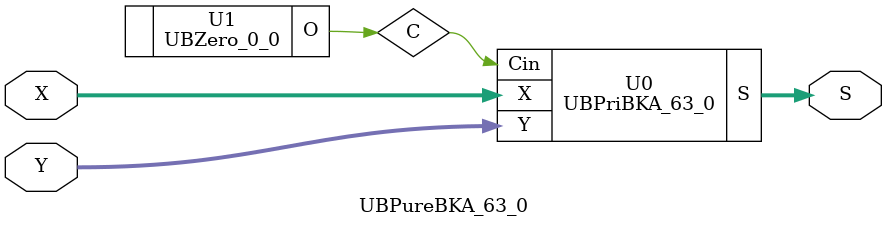
<source format=v>
/*----------------------------------------------------------------------------
  Copyright (c) 2021 Homma laboratory. All rights reserved.

  Top module: UBBKA_15_0_63_0

  Operand-1 length: 16
  Operand-2 length: 64
  Two-operand addition algorithm: Brent-Kung adder
----------------------------------------------------------------------------*/

module UB1DCON_0(O, I);
  output O;
  input I;
  assign O = I;
endmodule

module UB1DCON_1(O, I);
  output O;
  input I;
  assign O = I;
endmodule

module UB1DCON_2(O, I);
  output O;
  input I;
  assign O = I;
endmodule

module UB1DCON_3(O, I);
  output O;
  input I;
  assign O = I;
endmodule

module UB1DCON_4(O, I);
  output O;
  input I;
  assign O = I;
endmodule

module UB1DCON_5(O, I);
  output O;
  input I;
  assign O = I;
endmodule

module UB1DCON_6(O, I);
  output O;
  input I;
  assign O = I;
endmodule

module UB1DCON_7(O, I);
  output O;
  input I;
  assign O = I;
endmodule

module UB1DCON_8(O, I);
  output O;
  input I;
  assign O = I;
endmodule

module UB1DCON_9(O, I);
  output O;
  input I;
  assign O = I;
endmodule

module UB1DCON_10(O, I);
  output O;
  input I;
  assign O = I;
endmodule

module UB1DCON_11(O, I);
  output O;
  input I;
  assign O = I;
endmodule

module UB1DCON_12(O, I);
  output O;
  input I;
  assign O = I;
endmodule

module UB1DCON_13(O, I);
  output O;
  input I;
  assign O = I;
endmodule

module UB1DCON_14(O, I);
  output O;
  input I;
  assign O = I;
endmodule

module UB1DCON_15(O, I);
  output O;
  input I;
  assign O = I;
endmodule

module UBZero_63_16(O);
  output [63:16] O;
  assign O[16] = 0;
  assign O[17] = 0;
  assign O[18] = 0;
  assign O[19] = 0;
  assign O[20] = 0;
  assign O[21] = 0;
  assign O[22] = 0;
  assign O[23] = 0;
  assign O[24] = 0;
  assign O[25] = 0;
  assign O[26] = 0;
  assign O[27] = 0;
  assign O[28] = 0;
  assign O[29] = 0;
  assign O[30] = 0;
  assign O[31] = 0;
  assign O[32] = 0;
  assign O[33] = 0;
  assign O[34] = 0;
  assign O[35] = 0;
  assign O[36] = 0;
  assign O[37] = 0;
  assign O[38] = 0;
  assign O[39] = 0;
  assign O[40] = 0;
  assign O[41] = 0;
  assign O[42] = 0;
  assign O[43] = 0;
  assign O[44] = 0;
  assign O[45] = 0;
  assign O[46] = 0;
  assign O[47] = 0;
  assign O[48] = 0;
  assign O[49] = 0;
  assign O[50] = 0;
  assign O[51] = 0;
  assign O[52] = 0;
  assign O[53] = 0;
  assign O[54] = 0;
  assign O[55] = 0;
  assign O[56] = 0;
  assign O[57] = 0;
  assign O[58] = 0;
  assign O[59] = 0;
  assign O[60] = 0;
  assign O[61] = 0;
  assign O[62] = 0;
  assign O[63] = 0;
endmodule

module GPGenerator(Go, Po, A, B);
  output Go;
  output Po;
  input A;
  input B;
  assign Go = A & B;
  assign Po = A ^ B;
endmodule

module CarryOperator(Go, Po, Gi1, Pi1, Gi2, Pi2);
  output Go;
  output Po;
  input Gi1;
  input Gi2;
  input Pi1;
  input Pi2;
  assign Go = Gi1 | ( Gi2 & Pi1 );
  assign Po = Pi1 & Pi2;
endmodule

module UBPriBKA_63_0(S, X, Y, Cin);
  output [64:0] S;
  input Cin;
  input [63:0] X;
  input [63:0] Y;
  wire [63:0] G0;
  wire [63:0] G1;
  wire [63:0] G10;
  wire [63:0] G11;
  wire [63:0] G12;
  wire [63:0] G2;
  wire [63:0] G3;
  wire [63:0] G4;
  wire [63:0] G5;
  wire [63:0] G6;
  wire [63:0] G7;
  wire [63:0] G8;
  wire [63:0] G9;
  wire [63:0] P0;
  wire [63:0] P1;
  wire [63:0] P10;
  wire [63:0] P11;
  wire [63:0] P12;
  wire [63:0] P2;
  wire [63:0] P3;
  wire [63:0] P4;
  wire [63:0] P5;
  wire [63:0] P6;
  wire [63:0] P7;
  wire [63:0] P8;
  wire [63:0] P9;
  assign P1[0] = P0[0];
  assign G1[0] = G0[0];
  assign P1[2] = P0[2];
  assign G1[2] = G0[2];
  assign P1[4] = P0[4];
  assign G1[4] = G0[4];
  assign P1[6] = P0[6];
  assign G1[6] = G0[6];
  assign P1[8] = P0[8];
  assign G1[8] = G0[8];
  assign P1[10] = P0[10];
  assign G1[10] = G0[10];
  assign P1[12] = P0[12];
  assign G1[12] = G0[12];
  assign P1[14] = P0[14];
  assign G1[14] = G0[14];
  assign P1[16] = P0[16];
  assign G1[16] = G0[16];
  assign P1[18] = P0[18];
  assign G1[18] = G0[18];
  assign P1[20] = P0[20];
  assign G1[20] = G0[20];
  assign P1[22] = P0[22];
  assign G1[22] = G0[22];
  assign P1[24] = P0[24];
  assign G1[24] = G0[24];
  assign P1[26] = P0[26];
  assign G1[26] = G0[26];
  assign P1[28] = P0[28];
  assign G1[28] = G0[28];
  assign P1[30] = P0[30];
  assign G1[30] = G0[30];
  assign P1[32] = P0[32];
  assign G1[32] = G0[32];
  assign P1[34] = P0[34];
  assign G1[34] = G0[34];
  assign P1[36] = P0[36];
  assign G1[36] = G0[36];
  assign P1[38] = P0[38];
  assign G1[38] = G0[38];
  assign P1[40] = P0[40];
  assign G1[40] = G0[40];
  assign P1[42] = P0[42];
  assign G1[42] = G0[42];
  assign P1[44] = P0[44];
  assign G1[44] = G0[44];
  assign P1[46] = P0[46];
  assign G1[46] = G0[46];
  assign P1[48] = P0[48];
  assign G1[48] = G0[48];
  assign P1[50] = P0[50];
  assign G1[50] = G0[50];
  assign P1[52] = P0[52];
  assign G1[52] = G0[52];
  assign P1[54] = P0[54];
  assign G1[54] = G0[54];
  assign P1[56] = P0[56];
  assign G1[56] = G0[56];
  assign P1[58] = P0[58];
  assign G1[58] = G0[58];
  assign P1[60] = P0[60];
  assign G1[60] = G0[60];
  assign P1[62] = P0[62];
  assign G1[62] = G0[62];
  assign P2[0] = P1[0];
  assign G2[0] = G1[0];
  assign P2[1] = P1[1];
  assign G2[1] = G1[1];
  assign P2[2] = P1[2];
  assign G2[2] = G1[2];
  assign P2[4] = P1[4];
  assign G2[4] = G1[4];
  assign P2[5] = P1[5];
  assign G2[5] = G1[5];
  assign P2[6] = P1[6];
  assign G2[6] = G1[6];
  assign P2[8] = P1[8];
  assign G2[8] = G1[8];
  assign P2[9] = P1[9];
  assign G2[9] = G1[9];
  assign P2[10] = P1[10];
  assign G2[10] = G1[10];
  assign P2[12] = P1[12];
  assign G2[12] = G1[12];
  assign P2[13] = P1[13];
  assign G2[13] = G1[13];
  assign P2[14] = P1[14];
  assign G2[14] = G1[14];
  assign P2[16] = P1[16];
  assign G2[16] = G1[16];
  assign P2[17] = P1[17];
  assign G2[17] = G1[17];
  assign P2[18] = P1[18];
  assign G2[18] = G1[18];
  assign P2[20] = P1[20];
  assign G2[20] = G1[20];
  assign P2[21] = P1[21];
  assign G2[21] = G1[21];
  assign P2[22] = P1[22];
  assign G2[22] = G1[22];
  assign P2[24] = P1[24];
  assign G2[24] = G1[24];
  assign P2[25] = P1[25];
  assign G2[25] = G1[25];
  assign P2[26] = P1[26];
  assign G2[26] = G1[26];
  assign P2[28] = P1[28];
  assign G2[28] = G1[28];
  assign P2[29] = P1[29];
  assign G2[29] = G1[29];
  assign P2[30] = P1[30];
  assign G2[30] = G1[30];
  assign P2[32] = P1[32];
  assign G2[32] = G1[32];
  assign P2[33] = P1[33];
  assign G2[33] = G1[33];
  assign P2[34] = P1[34];
  assign G2[34] = G1[34];
  assign P2[36] = P1[36];
  assign G2[36] = G1[36];
  assign P2[37] = P1[37];
  assign G2[37] = G1[37];
  assign P2[38] = P1[38];
  assign G2[38] = G1[38];
  assign P2[40] = P1[40];
  assign G2[40] = G1[40];
  assign P2[41] = P1[41];
  assign G2[41] = G1[41];
  assign P2[42] = P1[42];
  assign G2[42] = G1[42];
  assign P2[44] = P1[44];
  assign G2[44] = G1[44];
  assign P2[45] = P1[45];
  assign G2[45] = G1[45];
  assign P2[46] = P1[46];
  assign G2[46] = G1[46];
  assign P2[48] = P1[48];
  assign G2[48] = G1[48];
  assign P2[49] = P1[49];
  assign G2[49] = G1[49];
  assign P2[50] = P1[50];
  assign G2[50] = G1[50];
  assign P2[52] = P1[52];
  assign G2[52] = G1[52];
  assign P2[53] = P1[53];
  assign G2[53] = G1[53];
  assign P2[54] = P1[54];
  assign G2[54] = G1[54];
  assign P2[56] = P1[56];
  assign G2[56] = G1[56];
  assign P2[57] = P1[57];
  assign G2[57] = G1[57];
  assign P2[58] = P1[58];
  assign G2[58] = G1[58];
  assign P2[60] = P1[60];
  assign G2[60] = G1[60];
  assign P2[61] = P1[61];
  assign G2[61] = G1[61];
  assign P2[62] = P1[62];
  assign G2[62] = G1[62];
  assign P3[0] = P2[0];
  assign G3[0] = G2[0];
  assign P3[1] = P2[1];
  assign G3[1] = G2[1];
  assign P3[2] = P2[2];
  assign G3[2] = G2[2];
  assign P3[3] = P2[3];
  assign G3[3] = G2[3];
  assign P3[4] = P2[4];
  assign G3[4] = G2[4];
  assign P3[5] = P2[5];
  assign G3[5] = G2[5];
  assign P3[6] = P2[6];
  assign G3[6] = G2[6];
  assign P3[8] = P2[8];
  assign G3[8] = G2[8];
  assign P3[9] = P2[9];
  assign G3[9] = G2[9];
  assign P3[10] = P2[10];
  assign G3[10] = G2[10];
  assign P3[11] = P2[11];
  assign G3[11] = G2[11];
  assign P3[12] = P2[12];
  assign G3[12] = G2[12];
  assign P3[13] = P2[13];
  assign G3[13] = G2[13];
  assign P3[14] = P2[14];
  assign G3[14] = G2[14];
  assign P3[16] = P2[16];
  assign G3[16] = G2[16];
  assign P3[17] = P2[17];
  assign G3[17] = G2[17];
  assign P3[18] = P2[18];
  assign G3[18] = G2[18];
  assign P3[19] = P2[19];
  assign G3[19] = G2[19];
  assign P3[20] = P2[20];
  assign G3[20] = G2[20];
  assign P3[21] = P2[21];
  assign G3[21] = G2[21];
  assign P3[22] = P2[22];
  assign G3[22] = G2[22];
  assign P3[24] = P2[24];
  assign G3[24] = G2[24];
  assign P3[25] = P2[25];
  assign G3[25] = G2[25];
  assign P3[26] = P2[26];
  assign G3[26] = G2[26];
  assign P3[27] = P2[27];
  assign G3[27] = G2[27];
  assign P3[28] = P2[28];
  assign G3[28] = G2[28];
  assign P3[29] = P2[29];
  assign G3[29] = G2[29];
  assign P3[30] = P2[30];
  assign G3[30] = G2[30];
  assign P3[32] = P2[32];
  assign G3[32] = G2[32];
  assign P3[33] = P2[33];
  assign G3[33] = G2[33];
  assign P3[34] = P2[34];
  assign G3[34] = G2[34];
  assign P3[35] = P2[35];
  assign G3[35] = G2[35];
  assign P3[36] = P2[36];
  assign G3[36] = G2[36];
  assign P3[37] = P2[37];
  assign G3[37] = G2[37];
  assign P3[38] = P2[38];
  assign G3[38] = G2[38];
  assign P3[40] = P2[40];
  assign G3[40] = G2[40];
  assign P3[41] = P2[41];
  assign G3[41] = G2[41];
  assign P3[42] = P2[42];
  assign G3[42] = G2[42];
  assign P3[43] = P2[43];
  assign G3[43] = G2[43];
  assign P3[44] = P2[44];
  assign G3[44] = G2[44];
  assign P3[45] = P2[45];
  assign G3[45] = G2[45];
  assign P3[46] = P2[46];
  assign G3[46] = G2[46];
  assign P3[48] = P2[48];
  assign G3[48] = G2[48];
  assign P3[49] = P2[49];
  assign G3[49] = G2[49];
  assign P3[50] = P2[50];
  assign G3[50] = G2[50];
  assign P3[51] = P2[51];
  assign G3[51] = G2[51];
  assign P3[52] = P2[52];
  assign G3[52] = G2[52];
  assign P3[53] = P2[53];
  assign G3[53] = G2[53];
  assign P3[54] = P2[54];
  assign G3[54] = G2[54];
  assign P3[56] = P2[56];
  assign G3[56] = G2[56];
  assign P3[57] = P2[57];
  assign G3[57] = G2[57];
  assign P3[58] = P2[58];
  assign G3[58] = G2[58];
  assign P3[59] = P2[59];
  assign G3[59] = G2[59];
  assign P3[60] = P2[60];
  assign G3[60] = G2[60];
  assign P3[61] = P2[61];
  assign G3[61] = G2[61];
  assign P3[62] = P2[62];
  assign G3[62] = G2[62];
  assign P4[0] = P3[0];
  assign G4[0] = G3[0];
  assign P4[1] = P3[1];
  assign G4[1] = G3[1];
  assign P4[2] = P3[2];
  assign G4[2] = G3[2];
  assign P4[3] = P3[3];
  assign G4[3] = G3[3];
  assign P4[4] = P3[4];
  assign G4[4] = G3[4];
  assign P4[5] = P3[5];
  assign G4[5] = G3[5];
  assign P4[6] = P3[6];
  assign G4[6] = G3[6];
  assign P4[7] = P3[7];
  assign G4[7] = G3[7];
  assign P4[8] = P3[8];
  assign G4[8] = G3[8];
  assign P4[9] = P3[9];
  assign G4[9] = G3[9];
  assign P4[10] = P3[10];
  assign G4[10] = G3[10];
  assign P4[11] = P3[11];
  assign G4[11] = G3[11];
  assign P4[12] = P3[12];
  assign G4[12] = G3[12];
  assign P4[13] = P3[13];
  assign G4[13] = G3[13];
  assign P4[14] = P3[14];
  assign G4[14] = G3[14];
  assign P4[16] = P3[16];
  assign G4[16] = G3[16];
  assign P4[17] = P3[17];
  assign G4[17] = G3[17];
  assign P4[18] = P3[18];
  assign G4[18] = G3[18];
  assign P4[19] = P3[19];
  assign G4[19] = G3[19];
  assign P4[20] = P3[20];
  assign G4[20] = G3[20];
  assign P4[21] = P3[21];
  assign G4[21] = G3[21];
  assign P4[22] = P3[22];
  assign G4[22] = G3[22];
  assign P4[23] = P3[23];
  assign G4[23] = G3[23];
  assign P4[24] = P3[24];
  assign G4[24] = G3[24];
  assign P4[25] = P3[25];
  assign G4[25] = G3[25];
  assign P4[26] = P3[26];
  assign G4[26] = G3[26];
  assign P4[27] = P3[27];
  assign G4[27] = G3[27];
  assign P4[28] = P3[28];
  assign G4[28] = G3[28];
  assign P4[29] = P3[29];
  assign G4[29] = G3[29];
  assign P4[30] = P3[30];
  assign G4[30] = G3[30];
  assign P4[32] = P3[32];
  assign G4[32] = G3[32];
  assign P4[33] = P3[33];
  assign G4[33] = G3[33];
  assign P4[34] = P3[34];
  assign G4[34] = G3[34];
  assign P4[35] = P3[35];
  assign G4[35] = G3[35];
  assign P4[36] = P3[36];
  assign G4[36] = G3[36];
  assign P4[37] = P3[37];
  assign G4[37] = G3[37];
  assign P4[38] = P3[38];
  assign G4[38] = G3[38];
  assign P4[39] = P3[39];
  assign G4[39] = G3[39];
  assign P4[40] = P3[40];
  assign G4[40] = G3[40];
  assign P4[41] = P3[41];
  assign G4[41] = G3[41];
  assign P4[42] = P3[42];
  assign G4[42] = G3[42];
  assign P4[43] = P3[43];
  assign G4[43] = G3[43];
  assign P4[44] = P3[44];
  assign G4[44] = G3[44];
  assign P4[45] = P3[45];
  assign G4[45] = G3[45];
  assign P4[46] = P3[46];
  assign G4[46] = G3[46];
  assign P4[48] = P3[48];
  assign G4[48] = G3[48];
  assign P4[49] = P3[49];
  assign G4[49] = G3[49];
  assign P4[50] = P3[50];
  assign G4[50] = G3[50];
  assign P4[51] = P3[51];
  assign G4[51] = G3[51];
  assign P4[52] = P3[52];
  assign G4[52] = G3[52];
  assign P4[53] = P3[53];
  assign G4[53] = G3[53];
  assign P4[54] = P3[54];
  assign G4[54] = G3[54];
  assign P4[55] = P3[55];
  assign G4[55] = G3[55];
  assign P4[56] = P3[56];
  assign G4[56] = G3[56];
  assign P4[57] = P3[57];
  assign G4[57] = G3[57];
  assign P4[58] = P3[58];
  assign G4[58] = G3[58];
  assign P4[59] = P3[59];
  assign G4[59] = G3[59];
  assign P4[60] = P3[60];
  assign G4[60] = G3[60];
  assign P4[61] = P3[61];
  assign G4[61] = G3[61];
  assign P4[62] = P3[62];
  assign G4[62] = G3[62];
  assign P5[0] = P4[0];
  assign G5[0] = G4[0];
  assign P5[1] = P4[1];
  assign G5[1] = G4[1];
  assign P5[2] = P4[2];
  assign G5[2] = G4[2];
  assign P5[3] = P4[3];
  assign G5[3] = G4[3];
  assign P5[4] = P4[4];
  assign G5[4] = G4[4];
  assign P5[5] = P4[5];
  assign G5[5] = G4[5];
  assign P5[6] = P4[6];
  assign G5[6] = G4[6];
  assign P5[7] = P4[7];
  assign G5[7] = G4[7];
  assign P5[8] = P4[8];
  assign G5[8] = G4[8];
  assign P5[9] = P4[9];
  assign G5[9] = G4[9];
  assign P5[10] = P4[10];
  assign G5[10] = G4[10];
  assign P5[11] = P4[11];
  assign G5[11] = G4[11];
  assign P5[12] = P4[12];
  assign G5[12] = G4[12];
  assign P5[13] = P4[13];
  assign G5[13] = G4[13];
  assign P5[14] = P4[14];
  assign G5[14] = G4[14];
  assign P5[15] = P4[15];
  assign G5[15] = G4[15];
  assign P5[16] = P4[16];
  assign G5[16] = G4[16];
  assign P5[17] = P4[17];
  assign G5[17] = G4[17];
  assign P5[18] = P4[18];
  assign G5[18] = G4[18];
  assign P5[19] = P4[19];
  assign G5[19] = G4[19];
  assign P5[20] = P4[20];
  assign G5[20] = G4[20];
  assign P5[21] = P4[21];
  assign G5[21] = G4[21];
  assign P5[22] = P4[22];
  assign G5[22] = G4[22];
  assign P5[23] = P4[23];
  assign G5[23] = G4[23];
  assign P5[24] = P4[24];
  assign G5[24] = G4[24];
  assign P5[25] = P4[25];
  assign G5[25] = G4[25];
  assign P5[26] = P4[26];
  assign G5[26] = G4[26];
  assign P5[27] = P4[27];
  assign G5[27] = G4[27];
  assign P5[28] = P4[28];
  assign G5[28] = G4[28];
  assign P5[29] = P4[29];
  assign G5[29] = G4[29];
  assign P5[30] = P4[30];
  assign G5[30] = G4[30];
  assign P5[32] = P4[32];
  assign G5[32] = G4[32];
  assign P5[33] = P4[33];
  assign G5[33] = G4[33];
  assign P5[34] = P4[34];
  assign G5[34] = G4[34];
  assign P5[35] = P4[35];
  assign G5[35] = G4[35];
  assign P5[36] = P4[36];
  assign G5[36] = G4[36];
  assign P5[37] = P4[37];
  assign G5[37] = G4[37];
  assign P5[38] = P4[38];
  assign G5[38] = G4[38];
  assign P5[39] = P4[39];
  assign G5[39] = G4[39];
  assign P5[40] = P4[40];
  assign G5[40] = G4[40];
  assign P5[41] = P4[41];
  assign G5[41] = G4[41];
  assign P5[42] = P4[42];
  assign G5[42] = G4[42];
  assign P5[43] = P4[43];
  assign G5[43] = G4[43];
  assign P5[44] = P4[44];
  assign G5[44] = G4[44];
  assign P5[45] = P4[45];
  assign G5[45] = G4[45];
  assign P5[46] = P4[46];
  assign G5[46] = G4[46];
  assign P5[47] = P4[47];
  assign G5[47] = G4[47];
  assign P5[48] = P4[48];
  assign G5[48] = G4[48];
  assign P5[49] = P4[49];
  assign G5[49] = G4[49];
  assign P5[50] = P4[50];
  assign G5[50] = G4[50];
  assign P5[51] = P4[51];
  assign G5[51] = G4[51];
  assign P5[52] = P4[52];
  assign G5[52] = G4[52];
  assign P5[53] = P4[53];
  assign G5[53] = G4[53];
  assign P5[54] = P4[54];
  assign G5[54] = G4[54];
  assign P5[55] = P4[55];
  assign G5[55] = G4[55];
  assign P5[56] = P4[56];
  assign G5[56] = G4[56];
  assign P5[57] = P4[57];
  assign G5[57] = G4[57];
  assign P5[58] = P4[58];
  assign G5[58] = G4[58];
  assign P5[59] = P4[59];
  assign G5[59] = G4[59];
  assign P5[60] = P4[60];
  assign G5[60] = G4[60];
  assign P5[61] = P4[61];
  assign G5[61] = G4[61];
  assign P5[62] = P4[62];
  assign G5[62] = G4[62];
  assign P6[0] = P5[0];
  assign G6[0] = G5[0];
  assign P6[1] = P5[1];
  assign G6[1] = G5[1];
  assign P6[2] = P5[2];
  assign G6[2] = G5[2];
  assign P6[3] = P5[3];
  assign G6[3] = G5[3];
  assign P6[4] = P5[4];
  assign G6[4] = G5[4];
  assign P6[5] = P5[5];
  assign G6[5] = G5[5];
  assign P6[6] = P5[6];
  assign G6[6] = G5[6];
  assign P6[7] = P5[7];
  assign G6[7] = G5[7];
  assign P6[8] = P5[8];
  assign G6[8] = G5[8];
  assign P6[9] = P5[9];
  assign G6[9] = G5[9];
  assign P6[10] = P5[10];
  assign G6[10] = G5[10];
  assign P6[11] = P5[11];
  assign G6[11] = G5[11];
  assign P6[12] = P5[12];
  assign G6[12] = G5[12];
  assign P6[13] = P5[13];
  assign G6[13] = G5[13];
  assign P6[14] = P5[14];
  assign G6[14] = G5[14];
  assign P6[15] = P5[15];
  assign G6[15] = G5[15];
  assign P6[16] = P5[16];
  assign G6[16] = G5[16];
  assign P6[17] = P5[17];
  assign G6[17] = G5[17];
  assign P6[18] = P5[18];
  assign G6[18] = G5[18];
  assign P6[19] = P5[19];
  assign G6[19] = G5[19];
  assign P6[20] = P5[20];
  assign G6[20] = G5[20];
  assign P6[21] = P5[21];
  assign G6[21] = G5[21];
  assign P6[22] = P5[22];
  assign G6[22] = G5[22];
  assign P6[23] = P5[23];
  assign G6[23] = G5[23];
  assign P6[24] = P5[24];
  assign G6[24] = G5[24];
  assign P6[25] = P5[25];
  assign G6[25] = G5[25];
  assign P6[26] = P5[26];
  assign G6[26] = G5[26];
  assign P6[27] = P5[27];
  assign G6[27] = G5[27];
  assign P6[28] = P5[28];
  assign G6[28] = G5[28];
  assign P6[29] = P5[29];
  assign G6[29] = G5[29];
  assign P6[30] = P5[30];
  assign G6[30] = G5[30];
  assign P6[31] = P5[31];
  assign G6[31] = G5[31];
  assign P6[32] = P5[32];
  assign G6[32] = G5[32];
  assign P6[33] = P5[33];
  assign G6[33] = G5[33];
  assign P6[34] = P5[34];
  assign G6[34] = G5[34];
  assign P6[35] = P5[35];
  assign G6[35] = G5[35];
  assign P6[36] = P5[36];
  assign G6[36] = G5[36];
  assign P6[37] = P5[37];
  assign G6[37] = G5[37];
  assign P6[38] = P5[38];
  assign G6[38] = G5[38];
  assign P6[39] = P5[39];
  assign G6[39] = G5[39];
  assign P6[40] = P5[40];
  assign G6[40] = G5[40];
  assign P6[41] = P5[41];
  assign G6[41] = G5[41];
  assign P6[42] = P5[42];
  assign G6[42] = G5[42];
  assign P6[43] = P5[43];
  assign G6[43] = G5[43];
  assign P6[44] = P5[44];
  assign G6[44] = G5[44];
  assign P6[45] = P5[45];
  assign G6[45] = G5[45];
  assign P6[46] = P5[46];
  assign G6[46] = G5[46];
  assign P6[47] = P5[47];
  assign G6[47] = G5[47];
  assign P6[48] = P5[48];
  assign G6[48] = G5[48];
  assign P6[49] = P5[49];
  assign G6[49] = G5[49];
  assign P6[50] = P5[50];
  assign G6[50] = G5[50];
  assign P6[51] = P5[51];
  assign G6[51] = G5[51];
  assign P6[52] = P5[52];
  assign G6[52] = G5[52];
  assign P6[53] = P5[53];
  assign G6[53] = G5[53];
  assign P6[54] = P5[54];
  assign G6[54] = G5[54];
  assign P6[55] = P5[55];
  assign G6[55] = G5[55];
  assign P6[56] = P5[56];
  assign G6[56] = G5[56];
  assign P6[57] = P5[57];
  assign G6[57] = G5[57];
  assign P6[58] = P5[58];
  assign G6[58] = G5[58];
  assign P6[59] = P5[59];
  assign G6[59] = G5[59];
  assign P6[60] = P5[60];
  assign G6[60] = G5[60];
  assign P6[61] = P5[61];
  assign G6[61] = G5[61];
  assign P6[62] = P5[62];
  assign G6[62] = G5[62];
  assign P7[0] = P6[0];
  assign G7[0] = G6[0];
  assign P7[1] = P6[1];
  assign G7[1] = G6[1];
  assign P7[2] = P6[2];
  assign G7[2] = G6[2];
  assign P7[3] = P6[3];
  assign G7[3] = G6[3];
  assign P7[4] = P6[4];
  assign G7[4] = G6[4];
  assign P7[5] = P6[5];
  assign G7[5] = G6[5];
  assign P7[6] = P6[6];
  assign G7[6] = G6[6];
  assign P7[7] = P6[7];
  assign G7[7] = G6[7];
  assign P7[8] = P6[8];
  assign G7[8] = G6[8];
  assign P7[9] = P6[9];
  assign G7[9] = G6[9];
  assign P7[10] = P6[10];
  assign G7[10] = G6[10];
  assign P7[11] = P6[11];
  assign G7[11] = G6[11];
  assign P7[12] = P6[12];
  assign G7[12] = G6[12];
  assign P7[13] = P6[13];
  assign G7[13] = G6[13];
  assign P7[14] = P6[14];
  assign G7[14] = G6[14];
  assign P7[15] = P6[15];
  assign G7[15] = G6[15];
  assign P7[16] = P6[16];
  assign G7[16] = G6[16];
  assign P7[17] = P6[17];
  assign G7[17] = G6[17];
  assign P7[18] = P6[18];
  assign G7[18] = G6[18];
  assign P7[19] = P6[19];
  assign G7[19] = G6[19];
  assign P7[20] = P6[20];
  assign G7[20] = G6[20];
  assign P7[21] = P6[21];
  assign G7[21] = G6[21];
  assign P7[22] = P6[22];
  assign G7[22] = G6[22];
  assign P7[23] = P6[23];
  assign G7[23] = G6[23];
  assign P7[24] = P6[24];
  assign G7[24] = G6[24];
  assign P7[25] = P6[25];
  assign G7[25] = G6[25];
  assign P7[26] = P6[26];
  assign G7[26] = G6[26];
  assign P7[27] = P6[27];
  assign G7[27] = G6[27];
  assign P7[28] = P6[28];
  assign G7[28] = G6[28];
  assign P7[29] = P6[29];
  assign G7[29] = G6[29];
  assign P7[30] = P6[30];
  assign G7[30] = G6[30];
  assign P7[31] = P6[31];
  assign G7[31] = G6[31];
  assign P7[32] = P6[32];
  assign G7[32] = G6[32];
  assign P7[33] = P6[33];
  assign G7[33] = G6[33];
  assign P7[34] = P6[34];
  assign G7[34] = G6[34];
  assign P7[35] = P6[35];
  assign G7[35] = G6[35];
  assign P7[36] = P6[36];
  assign G7[36] = G6[36];
  assign P7[37] = P6[37];
  assign G7[37] = G6[37];
  assign P7[38] = P6[38];
  assign G7[38] = G6[38];
  assign P7[39] = P6[39];
  assign G7[39] = G6[39];
  assign P7[40] = P6[40];
  assign G7[40] = G6[40];
  assign P7[41] = P6[41];
  assign G7[41] = G6[41];
  assign P7[42] = P6[42];
  assign G7[42] = G6[42];
  assign P7[43] = P6[43];
  assign G7[43] = G6[43];
  assign P7[44] = P6[44];
  assign G7[44] = G6[44];
  assign P7[45] = P6[45];
  assign G7[45] = G6[45];
  assign P7[46] = P6[46];
  assign G7[46] = G6[46];
  assign P7[47] = P6[47];
  assign G7[47] = G6[47];
  assign P7[48] = P6[48];
  assign G7[48] = G6[48];
  assign P7[49] = P6[49];
  assign G7[49] = G6[49];
  assign P7[50] = P6[50];
  assign G7[50] = G6[50];
  assign P7[51] = P6[51];
  assign G7[51] = G6[51];
  assign P7[52] = P6[52];
  assign G7[52] = G6[52];
  assign P7[53] = P6[53];
  assign G7[53] = G6[53];
  assign P7[54] = P6[54];
  assign G7[54] = G6[54];
  assign P7[55] = P6[55];
  assign G7[55] = G6[55];
  assign P7[56] = P6[56];
  assign G7[56] = G6[56];
  assign P7[57] = P6[57];
  assign G7[57] = G6[57];
  assign P7[58] = P6[58];
  assign G7[58] = G6[58];
  assign P7[59] = P6[59];
  assign G7[59] = G6[59];
  assign P7[60] = P6[60];
  assign G7[60] = G6[60];
  assign P7[61] = P6[61];
  assign G7[61] = G6[61];
  assign P7[62] = P6[62];
  assign G7[62] = G6[62];
  assign P7[63] = P6[63];
  assign G7[63] = G6[63];
  assign P8[0] = P7[0];
  assign G8[0] = G7[0];
  assign P8[1] = P7[1];
  assign G8[1] = G7[1];
  assign P8[2] = P7[2];
  assign G8[2] = G7[2];
  assign P8[3] = P7[3];
  assign G8[3] = G7[3];
  assign P8[4] = P7[4];
  assign G8[4] = G7[4];
  assign P8[5] = P7[5];
  assign G8[5] = G7[5];
  assign P8[6] = P7[6];
  assign G8[6] = G7[6];
  assign P8[7] = P7[7];
  assign G8[7] = G7[7];
  assign P8[8] = P7[8];
  assign G8[8] = G7[8];
  assign P8[9] = P7[9];
  assign G8[9] = G7[9];
  assign P8[10] = P7[10];
  assign G8[10] = G7[10];
  assign P8[11] = P7[11];
  assign G8[11] = G7[11];
  assign P8[12] = P7[12];
  assign G8[12] = G7[12];
  assign P8[13] = P7[13];
  assign G8[13] = G7[13];
  assign P8[14] = P7[14];
  assign G8[14] = G7[14];
  assign P8[15] = P7[15];
  assign G8[15] = G7[15];
  assign P8[16] = P7[16];
  assign G8[16] = G7[16];
  assign P8[17] = P7[17];
  assign G8[17] = G7[17];
  assign P8[18] = P7[18];
  assign G8[18] = G7[18];
  assign P8[19] = P7[19];
  assign G8[19] = G7[19];
  assign P8[20] = P7[20];
  assign G8[20] = G7[20];
  assign P8[21] = P7[21];
  assign G8[21] = G7[21];
  assign P8[22] = P7[22];
  assign G8[22] = G7[22];
  assign P8[23] = P7[23];
  assign G8[23] = G7[23];
  assign P8[24] = P7[24];
  assign G8[24] = G7[24];
  assign P8[25] = P7[25];
  assign G8[25] = G7[25];
  assign P8[26] = P7[26];
  assign G8[26] = G7[26];
  assign P8[27] = P7[27];
  assign G8[27] = G7[27];
  assign P8[28] = P7[28];
  assign G8[28] = G7[28];
  assign P8[29] = P7[29];
  assign G8[29] = G7[29];
  assign P8[30] = P7[30];
  assign G8[30] = G7[30];
  assign P8[31] = P7[31];
  assign G8[31] = G7[31];
  assign P8[32] = P7[32];
  assign G8[32] = G7[32];
  assign P8[33] = P7[33];
  assign G8[33] = G7[33];
  assign P8[34] = P7[34];
  assign G8[34] = G7[34];
  assign P8[35] = P7[35];
  assign G8[35] = G7[35];
  assign P8[36] = P7[36];
  assign G8[36] = G7[36];
  assign P8[37] = P7[37];
  assign G8[37] = G7[37];
  assign P8[38] = P7[38];
  assign G8[38] = G7[38];
  assign P8[39] = P7[39];
  assign G8[39] = G7[39];
  assign P8[40] = P7[40];
  assign G8[40] = G7[40];
  assign P8[41] = P7[41];
  assign G8[41] = G7[41];
  assign P8[42] = P7[42];
  assign G8[42] = G7[42];
  assign P8[43] = P7[43];
  assign G8[43] = G7[43];
  assign P8[44] = P7[44];
  assign G8[44] = G7[44];
  assign P8[45] = P7[45];
  assign G8[45] = G7[45];
  assign P8[46] = P7[46];
  assign G8[46] = G7[46];
  assign P8[48] = P7[48];
  assign G8[48] = G7[48];
  assign P8[49] = P7[49];
  assign G8[49] = G7[49];
  assign P8[50] = P7[50];
  assign G8[50] = G7[50];
  assign P8[51] = P7[51];
  assign G8[51] = G7[51];
  assign P8[52] = P7[52];
  assign G8[52] = G7[52];
  assign P8[53] = P7[53];
  assign G8[53] = G7[53];
  assign P8[54] = P7[54];
  assign G8[54] = G7[54];
  assign P8[55] = P7[55];
  assign G8[55] = G7[55];
  assign P8[56] = P7[56];
  assign G8[56] = G7[56];
  assign P8[57] = P7[57];
  assign G8[57] = G7[57];
  assign P8[58] = P7[58];
  assign G8[58] = G7[58];
  assign P8[59] = P7[59];
  assign G8[59] = G7[59];
  assign P8[60] = P7[60];
  assign G8[60] = G7[60];
  assign P8[61] = P7[61];
  assign G8[61] = G7[61];
  assign P8[62] = P7[62];
  assign G8[62] = G7[62];
  assign P8[63] = P7[63];
  assign G8[63] = G7[63];
  assign P9[0] = P8[0];
  assign G9[0] = G8[0];
  assign P9[1] = P8[1];
  assign G9[1] = G8[1];
  assign P9[2] = P8[2];
  assign G9[2] = G8[2];
  assign P9[3] = P8[3];
  assign G9[3] = G8[3];
  assign P9[4] = P8[4];
  assign G9[4] = G8[4];
  assign P9[5] = P8[5];
  assign G9[5] = G8[5];
  assign P9[6] = P8[6];
  assign G9[6] = G8[6];
  assign P9[7] = P8[7];
  assign G9[7] = G8[7];
  assign P9[8] = P8[8];
  assign G9[8] = G8[8];
  assign P9[9] = P8[9];
  assign G9[9] = G8[9];
  assign P9[10] = P8[10];
  assign G9[10] = G8[10];
  assign P9[11] = P8[11];
  assign G9[11] = G8[11];
  assign P9[12] = P8[12];
  assign G9[12] = G8[12];
  assign P9[13] = P8[13];
  assign G9[13] = G8[13];
  assign P9[14] = P8[14];
  assign G9[14] = G8[14];
  assign P9[15] = P8[15];
  assign G9[15] = G8[15];
  assign P9[16] = P8[16];
  assign G9[16] = G8[16];
  assign P9[17] = P8[17];
  assign G9[17] = G8[17];
  assign P9[18] = P8[18];
  assign G9[18] = G8[18];
  assign P9[19] = P8[19];
  assign G9[19] = G8[19];
  assign P9[20] = P8[20];
  assign G9[20] = G8[20];
  assign P9[21] = P8[21];
  assign G9[21] = G8[21];
  assign P9[22] = P8[22];
  assign G9[22] = G8[22];
  assign P9[24] = P8[24];
  assign G9[24] = G8[24];
  assign P9[25] = P8[25];
  assign G9[25] = G8[25];
  assign P9[26] = P8[26];
  assign G9[26] = G8[26];
  assign P9[27] = P8[27];
  assign G9[27] = G8[27];
  assign P9[28] = P8[28];
  assign G9[28] = G8[28];
  assign P9[29] = P8[29];
  assign G9[29] = G8[29];
  assign P9[30] = P8[30];
  assign G9[30] = G8[30];
  assign P9[31] = P8[31];
  assign G9[31] = G8[31];
  assign P9[32] = P8[32];
  assign G9[32] = G8[32];
  assign P9[33] = P8[33];
  assign G9[33] = G8[33];
  assign P9[34] = P8[34];
  assign G9[34] = G8[34];
  assign P9[35] = P8[35];
  assign G9[35] = G8[35];
  assign P9[36] = P8[36];
  assign G9[36] = G8[36];
  assign P9[37] = P8[37];
  assign G9[37] = G8[37];
  assign P9[38] = P8[38];
  assign G9[38] = G8[38];
  assign P9[40] = P8[40];
  assign G9[40] = G8[40];
  assign P9[41] = P8[41];
  assign G9[41] = G8[41];
  assign P9[42] = P8[42];
  assign G9[42] = G8[42];
  assign P9[43] = P8[43];
  assign G9[43] = G8[43];
  assign P9[44] = P8[44];
  assign G9[44] = G8[44];
  assign P9[45] = P8[45];
  assign G9[45] = G8[45];
  assign P9[46] = P8[46];
  assign G9[46] = G8[46];
  assign P9[47] = P8[47];
  assign G9[47] = G8[47];
  assign P9[48] = P8[48];
  assign G9[48] = G8[48];
  assign P9[49] = P8[49];
  assign G9[49] = G8[49];
  assign P9[50] = P8[50];
  assign G9[50] = G8[50];
  assign P9[51] = P8[51];
  assign G9[51] = G8[51];
  assign P9[52] = P8[52];
  assign G9[52] = G8[52];
  assign P9[53] = P8[53];
  assign G9[53] = G8[53];
  assign P9[54] = P8[54];
  assign G9[54] = G8[54];
  assign P9[56] = P8[56];
  assign G9[56] = G8[56];
  assign P9[57] = P8[57];
  assign G9[57] = G8[57];
  assign P9[58] = P8[58];
  assign G9[58] = G8[58];
  assign P9[59] = P8[59];
  assign G9[59] = G8[59];
  assign P9[60] = P8[60];
  assign G9[60] = G8[60];
  assign P9[61] = P8[61];
  assign G9[61] = G8[61];
  assign P9[62] = P8[62];
  assign G9[62] = G8[62];
  assign P9[63] = P8[63];
  assign G9[63] = G8[63];
  assign P10[0] = P9[0];
  assign G10[0] = G9[0];
  assign P10[1] = P9[1];
  assign G10[1] = G9[1];
  assign P10[2] = P9[2];
  assign G10[2] = G9[2];
  assign P10[3] = P9[3];
  assign G10[3] = G9[3];
  assign P10[4] = P9[4];
  assign G10[4] = G9[4];
  assign P10[5] = P9[5];
  assign G10[5] = G9[5];
  assign P10[6] = P9[6];
  assign G10[6] = G9[6];
  assign P10[7] = P9[7];
  assign G10[7] = G9[7];
  assign P10[8] = P9[8];
  assign G10[8] = G9[8];
  assign P10[9] = P9[9];
  assign G10[9] = G9[9];
  assign P10[10] = P9[10];
  assign G10[10] = G9[10];
  assign P10[12] = P9[12];
  assign G10[12] = G9[12];
  assign P10[13] = P9[13];
  assign G10[13] = G9[13];
  assign P10[14] = P9[14];
  assign G10[14] = G9[14];
  assign P10[15] = P9[15];
  assign G10[15] = G9[15];
  assign P10[16] = P9[16];
  assign G10[16] = G9[16];
  assign P10[17] = P9[17];
  assign G10[17] = G9[17];
  assign P10[18] = P9[18];
  assign G10[18] = G9[18];
  assign P10[20] = P9[20];
  assign G10[20] = G9[20];
  assign P10[21] = P9[21];
  assign G10[21] = G9[21];
  assign P10[22] = P9[22];
  assign G10[22] = G9[22];
  assign P10[23] = P9[23];
  assign G10[23] = G9[23];
  assign P10[24] = P9[24];
  assign G10[24] = G9[24];
  assign P10[25] = P9[25];
  assign G10[25] = G9[25];
  assign P10[26] = P9[26];
  assign G10[26] = G9[26];
  assign P10[28] = P9[28];
  assign G10[28] = G9[28];
  assign P10[29] = P9[29];
  assign G10[29] = G9[29];
  assign P10[30] = P9[30];
  assign G10[30] = G9[30];
  assign P10[31] = P9[31];
  assign G10[31] = G9[31];
  assign P10[32] = P9[32];
  assign G10[32] = G9[32];
  assign P10[33] = P9[33];
  assign G10[33] = G9[33];
  assign P10[34] = P9[34];
  assign G10[34] = G9[34];
  assign P10[36] = P9[36];
  assign G10[36] = G9[36];
  assign P10[37] = P9[37];
  assign G10[37] = G9[37];
  assign P10[38] = P9[38];
  assign G10[38] = G9[38];
  assign P10[39] = P9[39];
  assign G10[39] = G9[39];
  assign P10[40] = P9[40];
  assign G10[40] = G9[40];
  assign P10[41] = P9[41];
  assign G10[41] = G9[41];
  assign P10[42] = P9[42];
  assign G10[42] = G9[42];
  assign P10[44] = P9[44];
  assign G10[44] = G9[44];
  assign P10[45] = P9[45];
  assign G10[45] = G9[45];
  assign P10[46] = P9[46];
  assign G10[46] = G9[46];
  assign P10[47] = P9[47];
  assign G10[47] = G9[47];
  assign P10[48] = P9[48];
  assign G10[48] = G9[48];
  assign P10[49] = P9[49];
  assign G10[49] = G9[49];
  assign P10[50] = P9[50];
  assign G10[50] = G9[50];
  assign P10[52] = P9[52];
  assign G10[52] = G9[52];
  assign P10[53] = P9[53];
  assign G10[53] = G9[53];
  assign P10[54] = P9[54];
  assign G10[54] = G9[54];
  assign P10[55] = P9[55];
  assign G10[55] = G9[55];
  assign P10[56] = P9[56];
  assign G10[56] = G9[56];
  assign P10[57] = P9[57];
  assign G10[57] = G9[57];
  assign P10[58] = P9[58];
  assign G10[58] = G9[58];
  assign P10[60] = P9[60];
  assign G10[60] = G9[60];
  assign P10[61] = P9[61];
  assign G10[61] = G9[61];
  assign P10[62] = P9[62];
  assign G10[62] = G9[62];
  assign P10[63] = P9[63];
  assign G10[63] = G9[63];
  assign P11[0] = P10[0];
  assign G11[0] = G10[0];
  assign P11[1] = P10[1];
  assign G11[1] = G10[1];
  assign P11[2] = P10[2];
  assign G11[2] = G10[2];
  assign P11[3] = P10[3];
  assign G11[3] = G10[3];
  assign P11[4] = P10[4];
  assign G11[4] = G10[4];
  assign P11[6] = P10[6];
  assign G11[6] = G10[6];
  assign P11[7] = P10[7];
  assign G11[7] = G10[7];
  assign P11[8] = P10[8];
  assign G11[8] = G10[8];
  assign P11[10] = P10[10];
  assign G11[10] = G10[10];
  assign P11[11] = P10[11];
  assign G11[11] = G10[11];
  assign P11[12] = P10[12];
  assign G11[12] = G10[12];
  assign P11[14] = P10[14];
  assign G11[14] = G10[14];
  assign P11[15] = P10[15];
  assign G11[15] = G10[15];
  assign P11[16] = P10[16];
  assign G11[16] = G10[16];
  assign P11[18] = P10[18];
  assign G11[18] = G10[18];
  assign P11[19] = P10[19];
  assign G11[19] = G10[19];
  assign P11[20] = P10[20];
  assign G11[20] = G10[20];
  assign P11[22] = P10[22];
  assign G11[22] = G10[22];
  assign P11[23] = P10[23];
  assign G11[23] = G10[23];
  assign P11[24] = P10[24];
  assign G11[24] = G10[24];
  assign P11[26] = P10[26];
  assign G11[26] = G10[26];
  assign P11[27] = P10[27];
  assign G11[27] = G10[27];
  assign P11[28] = P10[28];
  assign G11[28] = G10[28];
  assign P11[30] = P10[30];
  assign G11[30] = G10[30];
  assign P11[31] = P10[31];
  assign G11[31] = G10[31];
  assign P11[32] = P10[32];
  assign G11[32] = G10[32];
  assign P11[34] = P10[34];
  assign G11[34] = G10[34];
  assign P11[35] = P10[35];
  assign G11[35] = G10[35];
  assign P11[36] = P10[36];
  assign G11[36] = G10[36];
  assign P11[38] = P10[38];
  assign G11[38] = G10[38];
  assign P11[39] = P10[39];
  assign G11[39] = G10[39];
  assign P11[40] = P10[40];
  assign G11[40] = G10[40];
  assign P11[42] = P10[42];
  assign G11[42] = G10[42];
  assign P11[43] = P10[43];
  assign G11[43] = G10[43];
  assign P11[44] = P10[44];
  assign G11[44] = G10[44];
  assign P11[46] = P10[46];
  assign G11[46] = G10[46];
  assign P11[47] = P10[47];
  assign G11[47] = G10[47];
  assign P11[48] = P10[48];
  assign G11[48] = G10[48];
  assign P11[50] = P10[50];
  assign G11[50] = G10[50];
  assign P11[51] = P10[51];
  assign G11[51] = G10[51];
  assign P11[52] = P10[52];
  assign G11[52] = G10[52];
  assign P11[54] = P10[54];
  assign G11[54] = G10[54];
  assign P11[55] = P10[55];
  assign G11[55] = G10[55];
  assign P11[56] = P10[56];
  assign G11[56] = G10[56];
  assign P11[58] = P10[58];
  assign G11[58] = G10[58];
  assign P11[59] = P10[59];
  assign G11[59] = G10[59];
  assign P11[60] = P10[60];
  assign G11[60] = G10[60];
  assign P11[62] = P10[62];
  assign G11[62] = G10[62];
  assign P11[63] = P10[63];
  assign G11[63] = G10[63];
  assign P12[0] = P11[0];
  assign G12[0] = G11[0];
  assign P12[1] = P11[1];
  assign G12[1] = G11[1];
  assign P12[3] = P11[3];
  assign G12[3] = G11[3];
  assign P12[5] = P11[5];
  assign G12[5] = G11[5];
  assign P12[7] = P11[7];
  assign G12[7] = G11[7];
  assign P12[9] = P11[9];
  assign G12[9] = G11[9];
  assign P12[11] = P11[11];
  assign G12[11] = G11[11];
  assign P12[13] = P11[13];
  assign G12[13] = G11[13];
  assign P12[15] = P11[15];
  assign G12[15] = G11[15];
  assign P12[17] = P11[17];
  assign G12[17] = G11[17];
  assign P12[19] = P11[19];
  assign G12[19] = G11[19];
  assign P12[21] = P11[21];
  assign G12[21] = G11[21];
  assign P12[23] = P11[23];
  assign G12[23] = G11[23];
  assign P12[25] = P11[25];
  assign G12[25] = G11[25];
  assign P12[27] = P11[27];
  assign G12[27] = G11[27];
  assign P12[29] = P11[29];
  assign G12[29] = G11[29];
  assign P12[31] = P11[31];
  assign G12[31] = G11[31];
  assign P12[33] = P11[33];
  assign G12[33] = G11[33];
  assign P12[35] = P11[35];
  assign G12[35] = G11[35];
  assign P12[37] = P11[37];
  assign G12[37] = G11[37];
  assign P12[39] = P11[39];
  assign G12[39] = G11[39];
  assign P12[41] = P11[41];
  assign G12[41] = G11[41];
  assign P12[43] = P11[43];
  assign G12[43] = G11[43];
  assign P12[45] = P11[45];
  assign G12[45] = G11[45];
  assign P12[47] = P11[47];
  assign G12[47] = G11[47];
  assign P12[49] = P11[49];
  assign G12[49] = G11[49];
  assign P12[51] = P11[51];
  assign G12[51] = G11[51];
  assign P12[53] = P11[53];
  assign G12[53] = G11[53];
  assign P12[55] = P11[55];
  assign G12[55] = G11[55];
  assign P12[57] = P11[57];
  assign G12[57] = G11[57];
  assign P12[59] = P11[59];
  assign G12[59] = G11[59];
  assign P12[61] = P11[61];
  assign G12[61] = G11[61];
  assign P12[63] = P11[63];
  assign G12[63] = G11[63];
  assign S[0] = Cin ^ P0[0];
  assign S[1] = ( G12[0] | ( P12[0] & Cin ) ) ^ P0[1];
  assign S[2] = ( G12[1] | ( P12[1] & Cin ) ) ^ P0[2];
  assign S[3] = ( G12[2] | ( P12[2] & Cin ) ) ^ P0[3];
  assign S[4] = ( G12[3] | ( P12[3] & Cin ) ) ^ P0[4];
  assign S[5] = ( G12[4] | ( P12[4] & Cin ) ) ^ P0[5];
  assign S[6] = ( G12[5] | ( P12[5] & Cin ) ) ^ P0[6];
  assign S[7] = ( G12[6] | ( P12[6] & Cin ) ) ^ P0[7];
  assign S[8] = ( G12[7] | ( P12[7] & Cin ) ) ^ P0[8];
  assign S[9] = ( G12[8] | ( P12[8] & Cin ) ) ^ P0[9];
  assign S[10] = ( G12[9] | ( P12[9] & Cin ) ) ^ P0[10];
  assign S[11] = ( G12[10] | ( P12[10] & Cin ) ) ^ P0[11];
  assign S[12] = ( G12[11] | ( P12[11] & Cin ) ) ^ P0[12];
  assign S[13] = ( G12[12] | ( P12[12] & Cin ) ) ^ P0[13];
  assign S[14] = ( G12[13] | ( P12[13] & Cin ) ) ^ P0[14];
  assign S[15] = ( G12[14] | ( P12[14] & Cin ) ) ^ P0[15];
  assign S[16] = ( G12[15] | ( P12[15] & Cin ) ) ^ P0[16];
  assign S[17] = ( G12[16] | ( P12[16] & Cin ) ) ^ P0[17];
  assign S[18] = ( G12[17] | ( P12[17] & Cin ) ) ^ P0[18];
  assign S[19] = ( G12[18] | ( P12[18] & Cin ) ) ^ P0[19];
  assign S[20] = ( G12[19] | ( P12[19] & Cin ) ) ^ P0[20];
  assign S[21] = ( G12[20] | ( P12[20] & Cin ) ) ^ P0[21];
  assign S[22] = ( G12[21] | ( P12[21] & Cin ) ) ^ P0[22];
  assign S[23] = ( G12[22] | ( P12[22] & Cin ) ) ^ P0[23];
  assign S[24] = ( G12[23] | ( P12[23] & Cin ) ) ^ P0[24];
  assign S[25] = ( G12[24] | ( P12[24] & Cin ) ) ^ P0[25];
  assign S[26] = ( G12[25] | ( P12[25] & Cin ) ) ^ P0[26];
  assign S[27] = ( G12[26] | ( P12[26] & Cin ) ) ^ P0[27];
  assign S[28] = ( G12[27] | ( P12[27] & Cin ) ) ^ P0[28];
  assign S[29] = ( G12[28] | ( P12[28] & Cin ) ) ^ P0[29];
  assign S[30] = ( G12[29] | ( P12[29] & Cin ) ) ^ P0[30];
  assign S[31] = ( G12[30] | ( P12[30] & Cin ) ) ^ P0[31];
  assign S[32] = ( G12[31] | ( P12[31] & Cin ) ) ^ P0[32];
  assign S[33] = ( G12[32] | ( P12[32] & Cin ) ) ^ P0[33];
  assign S[34] = ( G12[33] | ( P12[33] & Cin ) ) ^ P0[34];
  assign S[35] = ( G12[34] | ( P12[34] & Cin ) ) ^ P0[35];
  assign S[36] = ( G12[35] | ( P12[35] & Cin ) ) ^ P0[36];
  assign S[37] = ( G12[36] | ( P12[36] & Cin ) ) ^ P0[37];
  assign S[38] = ( G12[37] | ( P12[37] & Cin ) ) ^ P0[38];
  assign S[39] = ( G12[38] | ( P12[38] & Cin ) ) ^ P0[39];
  assign S[40] = ( G12[39] | ( P12[39] & Cin ) ) ^ P0[40];
  assign S[41] = ( G12[40] | ( P12[40] & Cin ) ) ^ P0[41];
  assign S[42] = ( G12[41] | ( P12[41] & Cin ) ) ^ P0[42];
  assign S[43] = ( G12[42] | ( P12[42] & Cin ) ) ^ P0[43];
  assign S[44] = ( G12[43] | ( P12[43] & Cin ) ) ^ P0[44];
  assign S[45] = ( G12[44] | ( P12[44] & Cin ) ) ^ P0[45];
  assign S[46] = ( G12[45] | ( P12[45] & Cin ) ) ^ P0[46];
  assign S[47] = ( G12[46] | ( P12[46] & Cin ) ) ^ P0[47];
  assign S[48] = ( G12[47] | ( P12[47] & Cin ) ) ^ P0[48];
  assign S[49] = ( G12[48] | ( P12[48] & Cin ) ) ^ P0[49];
  assign S[50] = ( G12[49] | ( P12[49] & Cin ) ) ^ P0[50];
  assign S[51] = ( G12[50] | ( P12[50] & Cin ) ) ^ P0[51];
  assign S[52] = ( G12[51] | ( P12[51] & Cin ) ) ^ P0[52];
  assign S[53] = ( G12[52] | ( P12[52] & Cin ) ) ^ P0[53];
  assign S[54] = ( G12[53] | ( P12[53] & Cin ) ) ^ P0[54];
  assign S[55] = ( G12[54] | ( P12[54] & Cin ) ) ^ P0[55];
  assign S[56] = ( G12[55] | ( P12[55] & Cin ) ) ^ P0[56];
  assign S[57] = ( G12[56] | ( P12[56] & Cin ) ) ^ P0[57];
  assign S[58] = ( G12[57] | ( P12[57] & Cin ) ) ^ P0[58];
  assign S[59] = ( G12[58] | ( P12[58] & Cin ) ) ^ P0[59];
  assign S[60] = ( G12[59] | ( P12[59] & Cin ) ) ^ P0[60];
  assign S[61] = ( G12[60] | ( P12[60] & Cin ) ) ^ P0[61];
  assign S[62] = ( G12[61] | ( P12[61] & Cin ) ) ^ P0[62];
  assign S[63] = ( G12[62] | ( P12[62] & Cin ) ) ^ P0[63];
  assign S[64] = G12[63] | ( P12[63] & Cin );
  GPGenerator U0 (G0[0], P0[0], X[0], Y[0]);
  GPGenerator U1 (G0[1], P0[1], X[1], Y[1]);
  GPGenerator U2 (G0[2], P0[2], X[2], Y[2]);
  GPGenerator U3 (G0[3], P0[3], X[3], Y[3]);
  GPGenerator U4 (G0[4], P0[4], X[4], Y[4]);
  GPGenerator U5 (G0[5], P0[5], X[5], Y[5]);
  GPGenerator U6 (G0[6], P0[6], X[6], Y[6]);
  GPGenerator U7 (G0[7], P0[7], X[7], Y[7]);
  GPGenerator U8 (G0[8], P0[8], X[8], Y[8]);
  GPGenerator U9 (G0[9], P0[9], X[9], Y[9]);
  GPGenerator U10 (G0[10], P0[10], X[10], Y[10]);
  GPGenerator U11 (G0[11], P0[11], X[11], Y[11]);
  GPGenerator U12 (G0[12], P0[12], X[12], Y[12]);
  GPGenerator U13 (G0[13], P0[13], X[13], Y[13]);
  GPGenerator U14 (G0[14], P0[14], X[14], Y[14]);
  GPGenerator U15 (G0[15], P0[15], X[15], Y[15]);
  GPGenerator U16 (G0[16], P0[16], X[16], Y[16]);
  GPGenerator U17 (G0[17], P0[17], X[17], Y[17]);
  GPGenerator U18 (G0[18], P0[18], X[18], Y[18]);
  GPGenerator U19 (G0[19], P0[19], X[19], Y[19]);
  GPGenerator U20 (G0[20], P0[20], X[20], Y[20]);
  GPGenerator U21 (G0[21], P0[21], X[21], Y[21]);
  GPGenerator U22 (G0[22], P0[22], X[22], Y[22]);
  GPGenerator U23 (G0[23], P0[23], X[23], Y[23]);
  GPGenerator U24 (G0[24], P0[24], X[24], Y[24]);
  GPGenerator U25 (G0[25], P0[25], X[25], Y[25]);
  GPGenerator U26 (G0[26], P0[26], X[26], Y[26]);
  GPGenerator U27 (G0[27], P0[27], X[27], Y[27]);
  GPGenerator U28 (G0[28], P0[28], X[28], Y[28]);
  GPGenerator U29 (G0[29], P0[29], X[29], Y[29]);
  GPGenerator U30 (G0[30], P0[30], X[30], Y[30]);
  GPGenerator U31 (G0[31], P0[31], X[31], Y[31]);
  GPGenerator U32 (G0[32], P0[32], X[32], Y[32]);
  GPGenerator U33 (G0[33], P0[33], X[33], Y[33]);
  GPGenerator U34 (G0[34], P0[34], X[34], Y[34]);
  GPGenerator U35 (G0[35], P0[35], X[35], Y[35]);
  GPGenerator U36 (G0[36], P0[36], X[36], Y[36]);
  GPGenerator U37 (G0[37], P0[37], X[37], Y[37]);
  GPGenerator U38 (G0[38], P0[38], X[38], Y[38]);
  GPGenerator U39 (G0[39], P0[39], X[39], Y[39]);
  GPGenerator U40 (G0[40], P0[40], X[40], Y[40]);
  GPGenerator U41 (G0[41], P0[41], X[41], Y[41]);
  GPGenerator U42 (G0[42], P0[42], X[42], Y[42]);
  GPGenerator U43 (G0[43], P0[43], X[43], Y[43]);
  GPGenerator U44 (G0[44], P0[44], X[44], Y[44]);
  GPGenerator U45 (G0[45], P0[45], X[45], Y[45]);
  GPGenerator U46 (G0[46], P0[46], X[46], Y[46]);
  GPGenerator U47 (G0[47], P0[47], X[47], Y[47]);
  GPGenerator U48 (G0[48], P0[48], X[48], Y[48]);
  GPGenerator U49 (G0[49], P0[49], X[49], Y[49]);
  GPGenerator U50 (G0[50], P0[50], X[50], Y[50]);
  GPGenerator U51 (G0[51], P0[51], X[51], Y[51]);
  GPGenerator U52 (G0[52], P0[52], X[52], Y[52]);
  GPGenerator U53 (G0[53], P0[53], X[53], Y[53]);
  GPGenerator U54 (G0[54], P0[54], X[54], Y[54]);
  GPGenerator U55 (G0[55], P0[55], X[55], Y[55]);
  GPGenerator U56 (G0[56], P0[56], X[56], Y[56]);
  GPGenerator U57 (G0[57], P0[57], X[57], Y[57]);
  GPGenerator U58 (G0[58], P0[58], X[58], Y[58]);
  GPGenerator U59 (G0[59], P0[59], X[59], Y[59]);
  GPGenerator U60 (G0[60], P0[60], X[60], Y[60]);
  GPGenerator U61 (G0[61], P0[61], X[61], Y[61]);
  GPGenerator U62 (G0[62], P0[62], X[62], Y[62]);
  GPGenerator U63 (G0[63], P0[63], X[63], Y[63]);
  CarryOperator U64 (G1[1], P1[1], G0[1], P0[1], G0[0], P0[0]);
  CarryOperator U65 (G1[3], P1[3], G0[3], P0[3], G0[2], P0[2]);
  CarryOperator U66 (G1[5], P1[5], G0[5], P0[5], G0[4], P0[4]);
  CarryOperator U67 (G1[7], P1[7], G0[7], P0[7], G0[6], P0[6]);
  CarryOperator U68 (G1[9], P1[9], G0[9], P0[9], G0[8], P0[8]);
  CarryOperator U69 (G1[11], P1[11], G0[11], P0[11], G0[10], P0[10]);
  CarryOperator U70 (G1[13], P1[13], G0[13], P0[13], G0[12], P0[12]);
  CarryOperator U71 (G1[15], P1[15], G0[15], P0[15], G0[14], P0[14]);
  CarryOperator U72 (G1[17], P1[17], G0[17], P0[17], G0[16], P0[16]);
  CarryOperator U73 (G1[19], P1[19], G0[19], P0[19], G0[18], P0[18]);
  CarryOperator U74 (G1[21], P1[21], G0[21], P0[21], G0[20], P0[20]);
  CarryOperator U75 (G1[23], P1[23], G0[23], P0[23], G0[22], P0[22]);
  CarryOperator U76 (G1[25], P1[25], G0[25], P0[25], G0[24], P0[24]);
  CarryOperator U77 (G1[27], P1[27], G0[27], P0[27], G0[26], P0[26]);
  CarryOperator U78 (G1[29], P1[29], G0[29], P0[29], G0[28], P0[28]);
  CarryOperator U79 (G1[31], P1[31], G0[31], P0[31], G0[30], P0[30]);
  CarryOperator U80 (G1[33], P1[33], G0[33], P0[33], G0[32], P0[32]);
  CarryOperator U81 (G1[35], P1[35], G0[35], P0[35], G0[34], P0[34]);
  CarryOperator U82 (G1[37], P1[37], G0[37], P0[37], G0[36], P0[36]);
  CarryOperator U83 (G1[39], P1[39], G0[39], P0[39], G0[38], P0[38]);
  CarryOperator U84 (G1[41], P1[41], G0[41], P0[41], G0[40], P0[40]);
  CarryOperator U85 (G1[43], P1[43], G0[43], P0[43], G0[42], P0[42]);
  CarryOperator U86 (G1[45], P1[45], G0[45], P0[45], G0[44], P0[44]);
  CarryOperator U87 (G1[47], P1[47], G0[47], P0[47], G0[46], P0[46]);
  CarryOperator U88 (G1[49], P1[49], G0[49], P0[49], G0[48], P0[48]);
  CarryOperator U89 (G1[51], P1[51], G0[51], P0[51], G0[50], P0[50]);
  CarryOperator U90 (G1[53], P1[53], G0[53], P0[53], G0[52], P0[52]);
  CarryOperator U91 (G1[55], P1[55], G0[55], P0[55], G0[54], P0[54]);
  CarryOperator U92 (G1[57], P1[57], G0[57], P0[57], G0[56], P0[56]);
  CarryOperator U93 (G1[59], P1[59], G0[59], P0[59], G0[58], P0[58]);
  CarryOperator U94 (G1[61], P1[61], G0[61], P0[61], G0[60], P0[60]);
  CarryOperator U95 (G1[63], P1[63], G0[63], P0[63], G0[62], P0[62]);
  CarryOperator U96 (G2[3], P2[3], G1[3], P1[3], G1[1], P1[1]);
  CarryOperator U97 (G2[7], P2[7], G1[7], P1[7], G1[5], P1[5]);
  CarryOperator U98 (G2[11], P2[11], G1[11], P1[11], G1[9], P1[9]);
  CarryOperator U99 (G2[15], P2[15], G1[15], P1[15], G1[13], P1[13]);
  CarryOperator U100 (G2[19], P2[19], G1[19], P1[19], G1[17], P1[17]);
  CarryOperator U101 (G2[23], P2[23], G1[23], P1[23], G1[21], P1[21]);
  CarryOperator U102 (G2[27], P2[27], G1[27], P1[27], G1[25], P1[25]);
  CarryOperator U103 (G2[31], P2[31], G1[31], P1[31], G1[29], P1[29]);
  CarryOperator U104 (G2[35], P2[35], G1[35], P1[35], G1[33], P1[33]);
  CarryOperator U105 (G2[39], P2[39], G1[39], P1[39], G1[37], P1[37]);
  CarryOperator U106 (G2[43], P2[43], G1[43], P1[43], G1[41], P1[41]);
  CarryOperator U107 (G2[47], P2[47], G1[47], P1[47], G1[45], P1[45]);
  CarryOperator U108 (G2[51], P2[51], G1[51], P1[51], G1[49], P1[49]);
  CarryOperator U109 (G2[55], P2[55], G1[55], P1[55], G1[53], P1[53]);
  CarryOperator U110 (G2[59], P2[59], G1[59], P1[59], G1[57], P1[57]);
  CarryOperator U111 (G2[63], P2[63], G1[63], P1[63], G1[61], P1[61]);
  CarryOperator U112 (G3[7], P3[7], G2[7], P2[7], G2[3], P2[3]);
  CarryOperator U113 (G3[15], P3[15], G2[15], P2[15], G2[11], P2[11]);
  CarryOperator U114 (G3[23], P3[23], G2[23], P2[23], G2[19], P2[19]);
  CarryOperator U115 (G3[31], P3[31], G2[31], P2[31], G2[27], P2[27]);
  CarryOperator U116 (G3[39], P3[39], G2[39], P2[39], G2[35], P2[35]);
  CarryOperator U117 (G3[47], P3[47], G2[47], P2[47], G2[43], P2[43]);
  CarryOperator U118 (G3[55], P3[55], G2[55], P2[55], G2[51], P2[51]);
  CarryOperator U119 (G3[63], P3[63], G2[63], P2[63], G2[59], P2[59]);
  CarryOperator U120 (G4[15], P4[15], G3[15], P3[15], G3[7], P3[7]);
  CarryOperator U121 (G4[31], P4[31], G3[31], P3[31], G3[23], P3[23]);
  CarryOperator U122 (G4[47], P4[47], G3[47], P3[47], G3[39], P3[39]);
  CarryOperator U123 (G4[63], P4[63], G3[63], P3[63], G3[55], P3[55]);
  CarryOperator U124 (G5[31], P5[31], G4[31], P4[31], G4[15], P4[15]);
  CarryOperator U125 (G5[63], P5[63], G4[63], P4[63], G4[47], P4[47]);
  CarryOperator U126 (G6[63], P6[63], G5[63], P5[63], G5[31], P5[31]);
  CarryOperator U127 (G8[47], P8[47], G7[47], P7[47], G7[31], P7[31]);
  CarryOperator U128 (G9[23], P9[23], G8[23], P8[23], G8[15], P8[15]);
  CarryOperator U129 (G9[39], P9[39], G8[39], P8[39], G8[31], P8[31]);
  CarryOperator U130 (G9[55], P9[55], G8[55], P8[55], G8[47], P8[47]);
  CarryOperator U131 (G10[11], P10[11], G9[11], P9[11], G9[7], P9[7]);
  CarryOperator U132 (G10[19], P10[19], G9[19], P9[19], G9[15], P9[15]);
  CarryOperator U133 (G10[27], P10[27], G9[27], P9[27], G9[23], P9[23]);
  CarryOperator U134 (G10[35], P10[35], G9[35], P9[35], G9[31], P9[31]);
  CarryOperator U135 (G10[43], P10[43], G9[43], P9[43], G9[39], P9[39]);
  CarryOperator U136 (G10[51], P10[51], G9[51], P9[51], G9[47], P9[47]);
  CarryOperator U137 (G10[59], P10[59], G9[59], P9[59], G9[55], P9[55]);
  CarryOperator U138 (G11[5], P11[5], G10[5], P10[5], G10[3], P10[3]);
  CarryOperator U139 (G11[9], P11[9], G10[9], P10[9], G10[7], P10[7]);
  CarryOperator U140 (G11[13], P11[13], G10[13], P10[13], G10[11], P10[11]);
  CarryOperator U141 (G11[17], P11[17], G10[17], P10[17], G10[15], P10[15]);
  CarryOperator U142 (G11[21], P11[21], G10[21], P10[21], G10[19], P10[19]);
  CarryOperator U143 (G11[25], P11[25], G10[25], P10[25], G10[23], P10[23]);
  CarryOperator U144 (G11[29], P11[29], G10[29], P10[29], G10[27], P10[27]);
  CarryOperator U145 (G11[33], P11[33], G10[33], P10[33], G10[31], P10[31]);
  CarryOperator U146 (G11[37], P11[37], G10[37], P10[37], G10[35], P10[35]);
  CarryOperator U147 (G11[41], P11[41], G10[41], P10[41], G10[39], P10[39]);
  CarryOperator U148 (G11[45], P11[45], G10[45], P10[45], G10[43], P10[43]);
  CarryOperator U149 (G11[49], P11[49], G10[49], P10[49], G10[47], P10[47]);
  CarryOperator U150 (G11[53], P11[53], G10[53], P10[53], G10[51], P10[51]);
  CarryOperator U151 (G11[57], P11[57], G10[57], P10[57], G10[55], P10[55]);
  CarryOperator U152 (G11[61], P11[61], G10[61], P10[61], G10[59], P10[59]);
  CarryOperator U153 (G12[2], P12[2], G11[2], P11[2], G11[1], P11[1]);
  CarryOperator U154 (G12[4], P12[4], G11[4], P11[4], G11[3], P11[3]);
  CarryOperator U155 (G12[6], P12[6], G11[6], P11[6], G11[5], P11[5]);
  CarryOperator U156 (G12[8], P12[8], G11[8], P11[8], G11[7], P11[7]);
  CarryOperator U157 (G12[10], P12[10], G11[10], P11[10], G11[9], P11[9]);
  CarryOperator U158 (G12[12], P12[12], G11[12], P11[12], G11[11], P11[11]);
  CarryOperator U159 (G12[14], P12[14], G11[14], P11[14], G11[13], P11[13]);
  CarryOperator U160 (G12[16], P12[16], G11[16], P11[16], G11[15], P11[15]);
  CarryOperator U161 (G12[18], P12[18], G11[18], P11[18], G11[17], P11[17]);
  CarryOperator U162 (G12[20], P12[20], G11[20], P11[20], G11[19], P11[19]);
  CarryOperator U163 (G12[22], P12[22], G11[22], P11[22], G11[21], P11[21]);
  CarryOperator U164 (G12[24], P12[24], G11[24], P11[24], G11[23], P11[23]);
  CarryOperator U165 (G12[26], P12[26], G11[26], P11[26], G11[25], P11[25]);
  CarryOperator U166 (G12[28], P12[28], G11[28], P11[28], G11[27], P11[27]);
  CarryOperator U167 (G12[30], P12[30], G11[30], P11[30], G11[29], P11[29]);
  CarryOperator U168 (G12[32], P12[32], G11[32], P11[32], G11[31], P11[31]);
  CarryOperator U169 (G12[34], P12[34], G11[34], P11[34], G11[33], P11[33]);
  CarryOperator U170 (G12[36], P12[36], G11[36], P11[36], G11[35], P11[35]);
  CarryOperator U171 (G12[38], P12[38], G11[38], P11[38], G11[37], P11[37]);
  CarryOperator U172 (G12[40], P12[40], G11[40], P11[40], G11[39], P11[39]);
  CarryOperator U173 (G12[42], P12[42], G11[42], P11[42], G11[41], P11[41]);
  CarryOperator U174 (G12[44], P12[44], G11[44], P11[44], G11[43], P11[43]);
  CarryOperator U175 (G12[46], P12[46], G11[46], P11[46], G11[45], P11[45]);
  CarryOperator U176 (G12[48], P12[48], G11[48], P11[48], G11[47], P11[47]);
  CarryOperator U177 (G12[50], P12[50], G11[50], P11[50], G11[49], P11[49]);
  CarryOperator U178 (G12[52], P12[52], G11[52], P11[52], G11[51], P11[51]);
  CarryOperator U179 (G12[54], P12[54], G11[54], P11[54], G11[53], P11[53]);
  CarryOperator U180 (G12[56], P12[56], G11[56], P11[56], G11[55], P11[55]);
  CarryOperator U181 (G12[58], P12[58], G11[58], P11[58], G11[57], P11[57]);
  CarryOperator U182 (G12[60], P12[60], G11[60], P11[60], G11[59], P11[59]);
  CarryOperator U183 (G12[62], P12[62], G11[62], P11[62], G11[61], P11[61]);
endmodule

module UBZero_0_0(O);
  output [0:0] O;
  assign O[0] = 0;
endmodule

module UBBKA_15_0_63_0 (S, X, Y);
  output [64:0] S;
  input [15:0] X;
  input [63:0] Y;
  wire [63:0] Z;
  UBExtender_15_0_6000 U0 (Z[63:0], X[15:0]);
  UBPureBKA_63_0 U1 (S[64:0], Z[63:0], Y[63:0]);
endmodule

module UBCON_15_0 (O, I);
  output [15:0] O;
  input [15:0] I;
  UB1DCON_0 U0 (O[0], I[0]);
  UB1DCON_1 U1 (O[1], I[1]);
  UB1DCON_2 U2 (O[2], I[2]);
  UB1DCON_3 U3 (O[3], I[3]);
  UB1DCON_4 U4 (O[4], I[4]);
  UB1DCON_5 U5 (O[5], I[5]);
  UB1DCON_6 U6 (O[6], I[6]);
  UB1DCON_7 U7 (O[7], I[7]);
  UB1DCON_8 U8 (O[8], I[8]);
  UB1DCON_9 U9 (O[9], I[9]);
  UB1DCON_10 U10 (O[10], I[10]);
  UB1DCON_11 U11 (O[11], I[11]);
  UB1DCON_12 U12 (O[12], I[12]);
  UB1DCON_13 U13 (O[13], I[13]);
  UB1DCON_14 U14 (O[14], I[14]);
  UB1DCON_15 U15 (O[15], I[15]);
endmodule

module UBExtender_15_0_6000 (O, I);
  output [63:0] O;
  input [15:0] I;
  UBCON_15_0 U0 (O[15:0], I[15:0]);
  UBZero_63_16 U1 (O[63:16]);
endmodule

module UBPureBKA_63_0 (S, X, Y);
  output [64:0] S;
  input [63:0] X;
  input [63:0] Y;
  wire C;
  UBPriBKA_63_0 U0 (S, X, Y, C);
  UBZero_0_0 U1 (C);
endmodule


</source>
